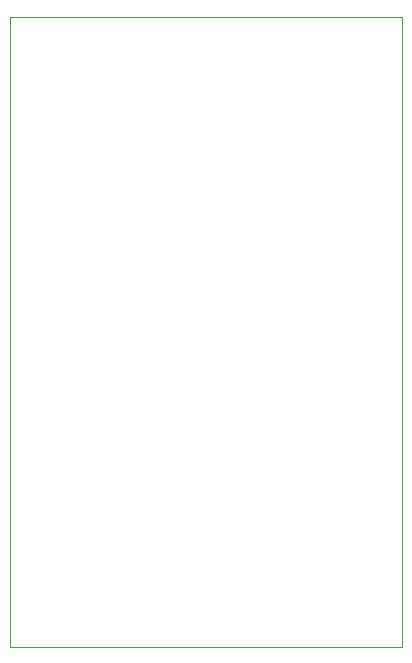
<source format=gbr>
%TF.GenerationSoftware,KiCad,Pcbnew,(6.0.9)*%
%TF.CreationDate,2022-12-05T09:35:11+08:00*%
%TF.ProjectId,Sitronix_2.1''_480x480,53697472-6f6e-4697-985f-322e3127275f,rev?*%
%TF.SameCoordinates,Original*%
%TF.FileFunction,Profile,NP*%
%FSLAX46Y46*%
G04 Gerber Fmt 4.6, Leading zero omitted, Abs format (unit mm)*
G04 Created by KiCad (PCBNEW (6.0.9)) date 2022-12-05 09:35:11*
%MOMM*%
%LPD*%
G01*
G04 APERTURE LIST*
%TA.AperFunction,Profile*%
%ADD10C,0.100000*%
%TD*%
G04 APERTURE END LIST*
D10*
X123444000Y-67056000D02*
X156591000Y-67056000D01*
X156591000Y-67056000D02*
X156591000Y-120396000D01*
X156591000Y-120396000D02*
X123444000Y-120396000D01*
X123444000Y-120396000D02*
X123444000Y-67056000D01*
M02*

</source>
